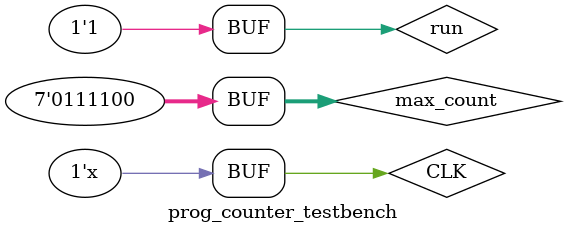
<source format=v>
`timescale 1ns / 1ps


module prog_counter_testbench;

	// Inputs
	reg [6:0] max_count;
	reg run;
	reg CLK;

	// Outputs
	wire [6:0] count_out;

	// Instantiate the Unit Under Test (UUT)
	prog_count_7 uut (
		.max_count(max_count), 
		.run(run), 
		.CLK(CLK), 
		.count_out(count_out)
	);
		
	// Clock Generator
	always begin
		CLK = ~CLK;
		#5;
	end

	initial begin
		// Initialize Inputs
		max_count = 0;
		run = 1;
		CLK = 0;

		// Wait 100 ns for global reset to finish
		#100;
        
		// Add stimulus here
		max_count = 10;
		#50;
		run = 0;
		#10;
		run = 1;
		max_count = 60;
		#150;
	end
      
endmodule


</source>
